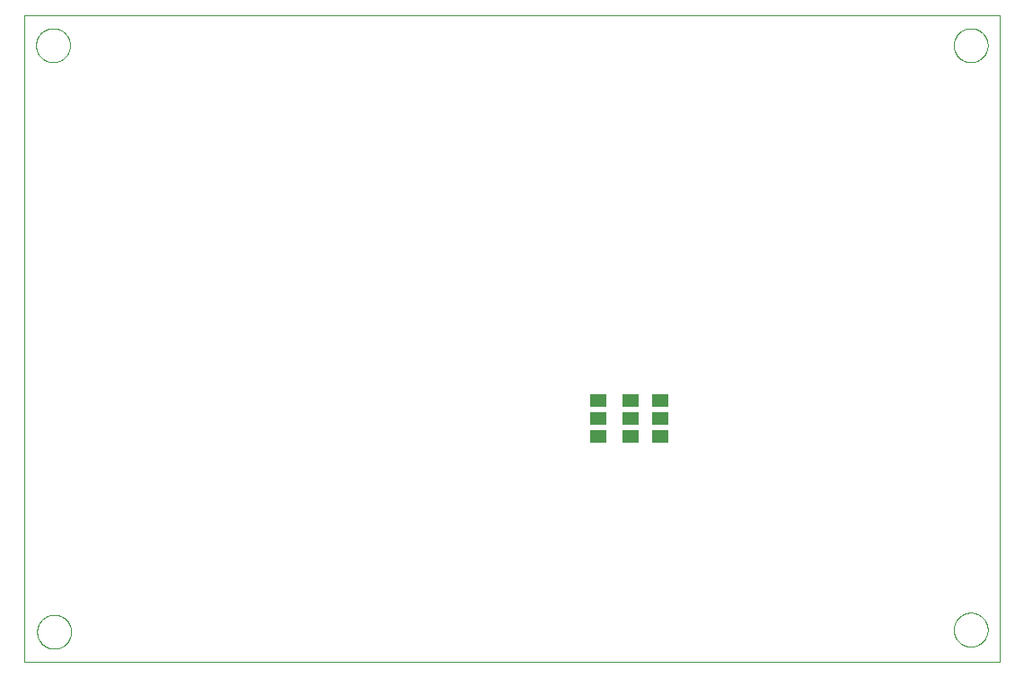
<source format=gtp>
G75*
%MOIN*%
%OFA0B0*%
%FSLAX25Y25*%
%IPPOS*%
%LPD*%
%AMOC8*
5,1,8,0,0,1.08239X$1,22.5*
%
%ADD10C,0.00000*%
%ADD11R,0.05906X0.05118*%
D10*
X0005394Y0001000D02*
X0005394Y0240882D01*
X0367402Y0240882D01*
X0367402Y0001000D01*
X0005394Y0001000D01*
X0010118Y0012142D02*
X0010120Y0012300D01*
X0010126Y0012458D01*
X0010136Y0012616D01*
X0010150Y0012774D01*
X0010168Y0012931D01*
X0010189Y0013088D01*
X0010215Y0013244D01*
X0010245Y0013400D01*
X0010278Y0013555D01*
X0010316Y0013708D01*
X0010357Y0013861D01*
X0010402Y0014013D01*
X0010451Y0014164D01*
X0010504Y0014313D01*
X0010560Y0014461D01*
X0010620Y0014607D01*
X0010684Y0014752D01*
X0010752Y0014895D01*
X0010823Y0015037D01*
X0010897Y0015177D01*
X0010975Y0015314D01*
X0011057Y0015450D01*
X0011141Y0015584D01*
X0011230Y0015715D01*
X0011321Y0015844D01*
X0011416Y0015971D01*
X0011513Y0016096D01*
X0011614Y0016218D01*
X0011718Y0016337D01*
X0011825Y0016454D01*
X0011935Y0016568D01*
X0012048Y0016679D01*
X0012163Y0016788D01*
X0012281Y0016893D01*
X0012402Y0016995D01*
X0012525Y0017095D01*
X0012651Y0017191D01*
X0012779Y0017284D01*
X0012909Y0017374D01*
X0013042Y0017460D01*
X0013177Y0017544D01*
X0013313Y0017623D01*
X0013452Y0017700D01*
X0013593Y0017772D01*
X0013735Y0017842D01*
X0013879Y0017907D01*
X0014025Y0017969D01*
X0014172Y0018027D01*
X0014321Y0018082D01*
X0014471Y0018133D01*
X0014622Y0018180D01*
X0014774Y0018223D01*
X0014927Y0018262D01*
X0015082Y0018298D01*
X0015237Y0018329D01*
X0015393Y0018357D01*
X0015549Y0018381D01*
X0015706Y0018401D01*
X0015864Y0018417D01*
X0016021Y0018429D01*
X0016180Y0018437D01*
X0016338Y0018441D01*
X0016496Y0018441D01*
X0016654Y0018437D01*
X0016813Y0018429D01*
X0016970Y0018417D01*
X0017128Y0018401D01*
X0017285Y0018381D01*
X0017441Y0018357D01*
X0017597Y0018329D01*
X0017752Y0018298D01*
X0017907Y0018262D01*
X0018060Y0018223D01*
X0018212Y0018180D01*
X0018363Y0018133D01*
X0018513Y0018082D01*
X0018662Y0018027D01*
X0018809Y0017969D01*
X0018955Y0017907D01*
X0019099Y0017842D01*
X0019241Y0017772D01*
X0019382Y0017700D01*
X0019521Y0017623D01*
X0019657Y0017544D01*
X0019792Y0017460D01*
X0019925Y0017374D01*
X0020055Y0017284D01*
X0020183Y0017191D01*
X0020309Y0017095D01*
X0020432Y0016995D01*
X0020553Y0016893D01*
X0020671Y0016788D01*
X0020786Y0016679D01*
X0020899Y0016568D01*
X0021009Y0016454D01*
X0021116Y0016337D01*
X0021220Y0016218D01*
X0021321Y0016096D01*
X0021418Y0015971D01*
X0021513Y0015844D01*
X0021604Y0015715D01*
X0021693Y0015584D01*
X0021777Y0015450D01*
X0021859Y0015314D01*
X0021937Y0015177D01*
X0022011Y0015037D01*
X0022082Y0014895D01*
X0022150Y0014752D01*
X0022214Y0014607D01*
X0022274Y0014461D01*
X0022330Y0014313D01*
X0022383Y0014164D01*
X0022432Y0014013D01*
X0022477Y0013861D01*
X0022518Y0013708D01*
X0022556Y0013555D01*
X0022589Y0013400D01*
X0022619Y0013244D01*
X0022645Y0013088D01*
X0022666Y0012931D01*
X0022684Y0012774D01*
X0022698Y0012616D01*
X0022708Y0012458D01*
X0022714Y0012300D01*
X0022716Y0012142D01*
X0022714Y0011984D01*
X0022708Y0011826D01*
X0022698Y0011668D01*
X0022684Y0011510D01*
X0022666Y0011353D01*
X0022645Y0011196D01*
X0022619Y0011040D01*
X0022589Y0010884D01*
X0022556Y0010729D01*
X0022518Y0010576D01*
X0022477Y0010423D01*
X0022432Y0010271D01*
X0022383Y0010120D01*
X0022330Y0009971D01*
X0022274Y0009823D01*
X0022214Y0009677D01*
X0022150Y0009532D01*
X0022082Y0009389D01*
X0022011Y0009247D01*
X0021937Y0009107D01*
X0021859Y0008970D01*
X0021777Y0008834D01*
X0021693Y0008700D01*
X0021604Y0008569D01*
X0021513Y0008440D01*
X0021418Y0008313D01*
X0021321Y0008188D01*
X0021220Y0008066D01*
X0021116Y0007947D01*
X0021009Y0007830D01*
X0020899Y0007716D01*
X0020786Y0007605D01*
X0020671Y0007496D01*
X0020553Y0007391D01*
X0020432Y0007289D01*
X0020309Y0007189D01*
X0020183Y0007093D01*
X0020055Y0007000D01*
X0019925Y0006910D01*
X0019792Y0006824D01*
X0019657Y0006740D01*
X0019521Y0006661D01*
X0019382Y0006584D01*
X0019241Y0006512D01*
X0019099Y0006442D01*
X0018955Y0006377D01*
X0018809Y0006315D01*
X0018662Y0006257D01*
X0018513Y0006202D01*
X0018363Y0006151D01*
X0018212Y0006104D01*
X0018060Y0006061D01*
X0017907Y0006022D01*
X0017752Y0005986D01*
X0017597Y0005955D01*
X0017441Y0005927D01*
X0017285Y0005903D01*
X0017128Y0005883D01*
X0016970Y0005867D01*
X0016813Y0005855D01*
X0016654Y0005847D01*
X0016496Y0005843D01*
X0016338Y0005843D01*
X0016180Y0005847D01*
X0016021Y0005855D01*
X0015864Y0005867D01*
X0015706Y0005883D01*
X0015549Y0005903D01*
X0015393Y0005927D01*
X0015237Y0005955D01*
X0015082Y0005986D01*
X0014927Y0006022D01*
X0014774Y0006061D01*
X0014622Y0006104D01*
X0014471Y0006151D01*
X0014321Y0006202D01*
X0014172Y0006257D01*
X0014025Y0006315D01*
X0013879Y0006377D01*
X0013735Y0006442D01*
X0013593Y0006512D01*
X0013452Y0006584D01*
X0013313Y0006661D01*
X0013177Y0006740D01*
X0013042Y0006824D01*
X0012909Y0006910D01*
X0012779Y0007000D01*
X0012651Y0007093D01*
X0012525Y0007189D01*
X0012402Y0007289D01*
X0012281Y0007391D01*
X0012163Y0007496D01*
X0012048Y0007605D01*
X0011935Y0007716D01*
X0011825Y0007830D01*
X0011718Y0007947D01*
X0011614Y0008066D01*
X0011513Y0008188D01*
X0011416Y0008313D01*
X0011321Y0008440D01*
X0011230Y0008569D01*
X0011141Y0008700D01*
X0011057Y0008834D01*
X0010975Y0008970D01*
X0010897Y0009107D01*
X0010823Y0009247D01*
X0010752Y0009389D01*
X0010684Y0009532D01*
X0010620Y0009677D01*
X0010560Y0009823D01*
X0010504Y0009971D01*
X0010451Y0010120D01*
X0010402Y0010271D01*
X0010357Y0010423D01*
X0010316Y0010576D01*
X0010278Y0010729D01*
X0010245Y0010884D01*
X0010215Y0011040D01*
X0010189Y0011196D01*
X0010168Y0011353D01*
X0010150Y0011510D01*
X0010136Y0011668D01*
X0010126Y0011826D01*
X0010120Y0011984D01*
X0010118Y0012142D01*
X0009725Y0229858D02*
X0009727Y0230016D01*
X0009733Y0230174D01*
X0009743Y0230332D01*
X0009757Y0230490D01*
X0009775Y0230647D01*
X0009796Y0230804D01*
X0009822Y0230960D01*
X0009852Y0231116D01*
X0009885Y0231271D01*
X0009923Y0231424D01*
X0009964Y0231577D01*
X0010009Y0231729D01*
X0010058Y0231880D01*
X0010111Y0232029D01*
X0010167Y0232177D01*
X0010227Y0232323D01*
X0010291Y0232468D01*
X0010359Y0232611D01*
X0010430Y0232753D01*
X0010504Y0232893D01*
X0010582Y0233030D01*
X0010664Y0233166D01*
X0010748Y0233300D01*
X0010837Y0233431D01*
X0010928Y0233560D01*
X0011023Y0233687D01*
X0011120Y0233812D01*
X0011221Y0233934D01*
X0011325Y0234053D01*
X0011432Y0234170D01*
X0011542Y0234284D01*
X0011655Y0234395D01*
X0011770Y0234504D01*
X0011888Y0234609D01*
X0012009Y0234711D01*
X0012132Y0234811D01*
X0012258Y0234907D01*
X0012386Y0235000D01*
X0012516Y0235090D01*
X0012649Y0235176D01*
X0012784Y0235260D01*
X0012920Y0235339D01*
X0013059Y0235416D01*
X0013200Y0235488D01*
X0013342Y0235558D01*
X0013486Y0235623D01*
X0013632Y0235685D01*
X0013779Y0235743D01*
X0013928Y0235798D01*
X0014078Y0235849D01*
X0014229Y0235896D01*
X0014381Y0235939D01*
X0014534Y0235978D01*
X0014689Y0236014D01*
X0014844Y0236045D01*
X0015000Y0236073D01*
X0015156Y0236097D01*
X0015313Y0236117D01*
X0015471Y0236133D01*
X0015628Y0236145D01*
X0015787Y0236153D01*
X0015945Y0236157D01*
X0016103Y0236157D01*
X0016261Y0236153D01*
X0016420Y0236145D01*
X0016577Y0236133D01*
X0016735Y0236117D01*
X0016892Y0236097D01*
X0017048Y0236073D01*
X0017204Y0236045D01*
X0017359Y0236014D01*
X0017514Y0235978D01*
X0017667Y0235939D01*
X0017819Y0235896D01*
X0017970Y0235849D01*
X0018120Y0235798D01*
X0018269Y0235743D01*
X0018416Y0235685D01*
X0018562Y0235623D01*
X0018706Y0235558D01*
X0018848Y0235488D01*
X0018989Y0235416D01*
X0019128Y0235339D01*
X0019264Y0235260D01*
X0019399Y0235176D01*
X0019532Y0235090D01*
X0019662Y0235000D01*
X0019790Y0234907D01*
X0019916Y0234811D01*
X0020039Y0234711D01*
X0020160Y0234609D01*
X0020278Y0234504D01*
X0020393Y0234395D01*
X0020506Y0234284D01*
X0020616Y0234170D01*
X0020723Y0234053D01*
X0020827Y0233934D01*
X0020928Y0233812D01*
X0021025Y0233687D01*
X0021120Y0233560D01*
X0021211Y0233431D01*
X0021300Y0233300D01*
X0021384Y0233166D01*
X0021466Y0233030D01*
X0021544Y0232893D01*
X0021618Y0232753D01*
X0021689Y0232611D01*
X0021757Y0232468D01*
X0021821Y0232323D01*
X0021881Y0232177D01*
X0021937Y0232029D01*
X0021990Y0231880D01*
X0022039Y0231729D01*
X0022084Y0231577D01*
X0022125Y0231424D01*
X0022163Y0231271D01*
X0022196Y0231116D01*
X0022226Y0230960D01*
X0022252Y0230804D01*
X0022273Y0230647D01*
X0022291Y0230490D01*
X0022305Y0230332D01*
X0022315Y0230174D01*
X0022321Y0230016D01*
X0022323Y0229858D01*
X0022321Y0229700D01*
X0022315Y0229542D01*
X0022305Y0229384D01*
X0022291Y0229226D01*
X0022273Y0229069D01*
X0022252Y0228912D01*
X0022226Y0228756D01*
X0022196Y0228600D01*
X0022163Y0228445D01*
X0022125Y0228292D01*
X0022084Y0228139D01*
X0022039Y0227987D01*
X0021990Y0227836D01*
X0021937Y0227687D01*
X0021881Y0227539D01*
X0021821Y0227393D01*
X0021757Y0227248D01*
X0021689Y0227105D01*
X0021618Y0226963D01*
X0021544Y0226823D01*
X0021466Y0226686D01*
X0021384Y0226550D01*
X0021300Y0226416D01*
X0021211Y0226285D01*
X0021120Y0226156D01*
X0021025Y0226029D01*
X0020928Y0225904D01*
X0020827Y0225782D01*
X0020723Y0225663D01*
X0020616Y0225546D01*
X0020506Y0225432D01*
X0020393Y0225321D01*
X0020278Y0225212D01*
X0020160Y0225107D01*
X0020039Y0225005D01*
X0019916Y0224905D01*
X0019790Y0224809D01*
X0019662Y0224716D01*
X0019532Y0224626D01*
X0019399Y0224540D01*
X0019264Y0224456D01*
X0019128Y0224377D01*
X0018989Y0224300D01*
X0018848Y0224228D01*
X0018706Y0224158D01*
X0018562Y0224093D01*
X0018416Y0224031D01*
X0018269Y0223973D01*
X0018120Y0223918D01*
X0017970Y0223867D01*
X0017819Y0223820D01*
X0017667Y0223777D01*
X0017514Y0223738D01*
X0017359Y0223702D01*
X0017204Y0223671D01*
X0017048Y0223643D01*
X0016892Y0223619D01*
X0016735Y0223599D01*
X0016577Y0223583D01*
X0016420Y0223571D01*
X0016261Y0223563D01*
X0016103Y0223559D01*
X0015945Y0223559D01*
X0015787Y0223563D01*
X0015628Y0223571D01*
X0015471Y0223583D01*
X0015313Y0223599D01*
X0015156Y0223619D01*
X0015000Y0223643D01*
X0014844Y0223671D01*
X0014689Y0223702D01*
X0014534Y0223738D01*
X0014381Y0223777D01*
X0014229Y0223820D01*
X0014078Y0223867D01*
X0013928Y0223918D01*
X0013779Y0223973D01*
X0013632Y0224031D01*
X0013486Y0224093D01*
X0013342Y0224158D01*
X0013200Y0224228D01*
X0013059Y0224300D01*
X0012920Y0224377D01*
X0012784Y0224456D01*
X0012649Y0224540D01*
X0012516Y0224626D01*
X0012386Y0224716D01*
X0012258Y0224809D01*
X0012132Y0224905D01*
X0012009Y0225005D01*
X0011888Y0225107D01*
X0011770Y0225212D01*
X0011655Y0225321D01*
X0011542Y0225432D01*
X0011432Y0225546D01*
X0011325Y0225663D01*
X0011221Y0225782D01*
X0011120Y0225904D01*
X0011023Y0226029D01*
X0010928Y0226156D01*
X0010837Y0226285D01*
X0010748Y0226416D01*
X0010664Y0226550D01*
X0010582Y0226686D01*
X0010504Y0226823D01*
X0010430Y0226963D01*
X0010359Y0227105D01*
X0010291Y0227248D01*
X0010227Y0227393D01*
X0010167Y0227539D01*
X0010111Y0227687D01*
X0010058Y0227836D01*
X0010009Y0227987D01*
X0009964Y0228139D01*
X0009923Y0228292D01*
X0009885Y0228445D01*
X0009852Y0228600D01*
X0009822Y0228756D01*
X0009796Y0228912D01*
X0009775Y0229069D01*
X0009757Y0229226D01*
X0009743Y0229384D01*
X0009733Y0229542D01*
X0009727Y0229700D01*
X0009725Y0229858D01*
X0350276Y0229858D02*
X0350278Y0230016D01*
X0350284Y0230174D01*
X0350294Y0230332D01*
X0350308Y0230490D01*
X0350326Y0230647D01*
X0350347Y0230804D01*
X0350373Y0230960D01*
X0350403Y0231116D01*
X0350436Y0231271D01*
X0350474Y0231424D01*
X0350515Y0231577D01*
X0350560Y0231729D01*
X0350609Y0231880D01*
X0350662Y0232029D01*
X0350718Y0232177D01*
X0350778Y0232323D01*
X0350842Y0232468D01*
X0350910Y0232611D01*
X0350981Y0232753D01*
X0351055Y0232893D01*
X0351133Y0233030D01*
X0351215Y0233166D01*
X0351299Y0233300D01*
X0351388Y0233431D01*
X0351479Y0233560D01*
X0351574Y0233687D01*
X0351671Y0233812D01*
X0351772Y0233934D01*
X0351876Y0234053D01*
X0351983Y0234170D01*
X0352093Y0234284D01*
X0352206Y0234395D01*
X0352321Y0234504D01*
X0352439Y0234609D01*
X0352560Y0234711D01*
X0352683Y0234811D01*
X0352809Y0234907D01*
X0352937Y0235000D01*
X0353067Y0235090D01*
X0353200Y0235176D01*
X0353335Y0235260D01*
X0353471Y0235339D01*
X0353610Y0235416D01*
X0353751Y0235488D01*
X0353893Y0235558D01*
X0354037Y0235623D01*
X0354183Y0235685D01*
X0354330Y0235743D01*
X0354479Y0235798D01*
X0354629Y0235849D01*
X0354780Y0235896D01*
X0354932Y0235939D01*
X0355085Y0235978D01*
X0355240Y0236014D01*
X0355395Y0236045D01*
X0355551Y0236073D01*
X0355707Y0236097D01*
X0355864Y0236117D01*
X0356022Y0236133D01*
X0356179Y0236145D01*
X0356338Y0236153D01*
X0356496Y0236157D01*
X0356654Y0236157D01*
X0356812Y0236153D01*
X0356971Y0236145D01*
X0357128Y0236133D01*
X0357286Y0236117D01*
X0357443Y0236097D01*
X0357599Y0236073D01*
X0357755Y0236045D01*
X0357910Y0236014D01*
X0358065Y0235978D01*
X0358218Y0235939D01*
X0358370Y0235896D01*
X0358521Y0235849D01*
X0358671Y0235798D01*
X0358820Y0235743D01*
X0358967Y0235685D01*
X0359113Y0235623D01*
X0359257Y0235558D01*
X0359399Y0235488D01*
X0359540Y0235416D01*
X0359679Y0235339D01*
X0359815Y0235260D01*
X0359950Y0235176D01*
X0360083Y0235090D01*
X0360213Y0235000D01*
X0360341Y0234907D01*
X0360467Y0234811D01*
X0360590Y0234711D01*
X0360711Y0234609D01*
X0360829Y0234504D01*
X0360944Y0234395D01*
X0361057Y0234284D01*
X0361167Y0234170D01*
X0361274Y0234053D01*
X0361378Y0233934D01*
X0361479Y0233812D01*
X0361576Y0233687D01*
X0361671Y0233560D01*
X0361762Y0233431D01*
X0361851Y0233300D01*
X0361935Y0233166D01*
X0362017Y0233030D01*
X0362095Y0232893D01*
X0362169Y0232753D01*
X0362240Y0232611D01*
X0362308Y0232468D01*
X0362372Y0232323D01*
X0362432Y0232177D01*
X0362488Y0232029D01*
X0362541Y0231880D01*
X0362590Y0231729D01*
X0362635Y0231577D01*
X0362676Y0231424D01*
X0362714Y0231271D01*
X0362747Y0231116D01*
X0362777Y0230960D01*
X0362803Y0230804D01*
X0362824Y0230647D01*
X0362842Y0230490D01*
X0362856Y0230332D01*
X0362866Y0230174D01*
X0362872Y0230016D01*
X0362874Y0229858D01*
X0362872Y0229700D01*
X0362866Y0229542D01*
X0362856Y0229384D01*
X0362842Y0229226D01*
X0362824Y0229069D01*
X0362803Y0228912D01*
X0362777Y0228756D01*
X0362747Y0228600D01*
X0362714Y0228445D01*
X0362676Y0228292D01*
X0362635Y0228139D01*
X0362590Y0227987D01*
X0362541Y0227836D01*
X0362488Y0227687D01*
X0362432Y0227539D01*
X0362372Y0227393D01*
X0362308Y0227248D01*
X0362240Y0227105D01*
X0362169Y0226963D01*
X0362095Y0226823D01*
X0362017Y0226686D01*
X0361935Y0226550D01*
X0361851Y0226416D01*
X0361762Y0226285D01*
X0361671Y0226156D01*
X0361576Y0226029D01*
X0361479Y0225904D01*
X0361378Y0225782D01*
X0361274Y0225663D01*
X0361167Y0225546D01*
X0361057Y0225432D01*
X0360944Y0225321D01*
X0360829Y0225212D01*
X0360711Y0225107D01*
X0360590Y0225005D01*
X0360467Y0224905D01*
X0360341Y0224809D01*
X0360213Y0224716D01*
X0360083Y0224626D01*
X0359950Y0224540D01*
X0359815Y0224456D01*
X0359679Y0224377D01*
X0359540Y0224300D01*
X0359399Y0224228D01*
X0359257Y0224158D01*
X0359113Y0224093D01*
X0358967Y0224031D01*
X0358820Y0223973D01*
X0358671Y0223918D01*
X0358521Y0223867D01*
X0358370Y0223820D01*
X0358218Y0223777D01*
X0358065Y0223738D01*
X0357910Y0223702D01*
X0357755Y0223671D01*
X0357599Y0223643D01*
X0357443Y0223619D01*
X0357286Y0223599D01*
X0357128Y0223583D01*
X0356971Y0223571D01*
X0356812Y0223563D01*
X0356654Y0223559D01*
X0356496Y0223559D01*
X0356338Y0223563D01*
X0356179Y0223571D01*
X0356022Y0223583D01*
X0355864Y0223599D01*
X0355707Y0223619D01*
X0355551Y0223643D01*
X0355395Y0223671D01*
X0355240Y0223702D01*
X0355085Y0223738D01*
X0354932Y0223777D01*
X0354780Y0223820D01*
X0354629Y0223867D01*
X0354479Y0223918D01*
X0354330Y0223973D01*
X0354183Y0224031D01*
X0354037Y0224093D01*
X0353893Y0224158D01*
X0353751Y0224228D01*
X0353610Y0224300D01*
X0353471Y0224377D01*
X0353335Y0224456D01*
X0353200Y0224540D01*
X0353067Y0224626D01*
X0352937Y0224716D01*
X0352809Y0224809D01*
X0352683Y0224905D01*
X0352560Y0225005D01*
X0352439Y0225107D01*
X0352321Y0225212D01*
X0352206Y0225321D01*
X0352093Y0225432D01*
X0351983Y0225546D01*
X0351876Y0225663D01*
X0351772Y0225782D01*
X0351671Y0225904D01*
X0351574Y0226029D01*
X0351479Y0226156D01*
X0351388Y0226285D01*
X0351299Y0226416D01*
X0351215Y0226550D01*
X0351133Y0226686D01*
X0351055Y0226823D01*
X0350981Y0226963D01*
X0350910Y0227105D01*
X0350842Y0227248D01*
X0350778Y0227393D01*
X0350718Y0227539D01*
X0350662Y0227687D01*
X0350609Y0227836D01*
X0350560Y0227987D01*
X0350515Y0228139D01*
X0350474Y0228292D01*
X0350436Y0228445D01*
X0350403Y0228600D01*
X0350373Y0228756D01*
X0350347Y0228912D01*
X0350326Y0229069D01*
X0350308Y0229226D01*
X0350294Y0229384D01*
X0350284Y0229542D01*
X0350278Y0229700D01*
X0350276Y0229858D01*
X0350276Y0012929D02*
X0350278Y0013087D01*
X0350284Y0013245D01*
X0350294Y0013403D01*
X0350308Y0013561D01*
X0350326Y0013718D01*
X0350347Y0013875D01*
X0350373Y0014031D01*
X0350403Y0014187D01*
X0350436Y0014342D01*
X0350474Y0014495D01*
X0350515Y0014648D01*
X0350560Y0014800D01*
X0350609Y0014951D01*
X0350662Y0015100D01*
X0350718Y0015248D01*
X0350778Y0015394D01*
X0350842Y0015539D01*
X0350910Y0015682D01*
X0350981Y0015824D01*
X0351055Y0015964D01*
X0351133Y0016101D01*
X0351215Y0016237D01*
X0351299Y0016371D01*
X0351388Y0016502D01*
X0351479Y0016631D01*
X0351574Y0016758D01*
X0351671Y0016883D01*
X0351772Y0017005D01*
X0351876Y0017124D01*
X0351983Y0017241D01*
X0352093Y0017355D01*
X0352206Y0017466D01*
X0352321Y0017575D01*
X0352439Y0017680D01*
X0352560Y0017782D01*
X0352683Y0017882D01*
X0352809Y0017978D01*
X0352937Y0018071D01*
X0353067Y0018161D01*
X0353200Y0018247D01*
X0353335Y0018331D01*
X0353471Y0018410D01*
X0353610Y0018487D01*
X0353751Y0018559D01*
X0353893Y0018629D01*
X0354037Y0018694D01*
X0354183Y0018756D01*
X0354330Y0018814D01*
X0354479Y0018869D01*
X0354629Y0018920D01*
X0354780Y0018967D01*
X0354932Y0019010D01*
X0355085Y0019049D01*
X0355240Y0019085D01*
X0355395Y0019116D01*
X0355551Y0019144D01*
X0355707Y0019168D01*
X0355864Y0019188D01*
X0356022Y0019204D01*
X0356179Y0019216D01*
X0356338Y0019224D01*
X0356496Y0019228D01*
X0356654Y0019228D01*
X0356812Y0019224D01*
X0356971Y0019216D01*
X0357128Y0019204D01*
X0357286Y0019188D01*
X0357443Y0019168D01*
X0357599Y0019144D01*
X0357755Y0019116D01*
X0357910Y0019085D01*
X0358065Y0019049D01*
X0358218Y0019010D01*
X0358370Y0018967D01*
X0358521Y0018920D01*
X0358671Y0018869D01*
X0358820Y0018814D01*
X0358967Y0018756D01*
X0359113Y0018694D01*
X0359257Y0018629D01*
X0359399Y0018559D01*
X0359540Y0018487D01*
X0359679Y0018410D01*
X0359815Y0018331D01*
X0359950Y0018247D01*
X0360083Y0018161D01*
X0360213Y0018071D01*
X0360341Y0017978D01*
X0360467Y0017882D01*
X0360590Y0017782D01*
X0360711Y0017680D01*
X0360829Y0017575D01*
X0360944Y0017466D01*
X0361057Y0017355D01*
X0361167Y0017241D01*
X0361274Y0017124D01*
X0361378Y0017005D01*
X0361479Y0016883D01*
X0361576Y0016758D01*
X0361671Y0016631D01*
X0361762Y0016502D01*
X0361851Y0016371D01*
X0361935Y0016237D01*
X0362017Y0016101D01*
X0362095Y0015964D01*
X0362169Y0015824D01*
X0362240Y0015682D01*
X0362308Y0015539D01*
X0362372Y0015394D01*
X0362432Y0015248D01*
X0362488Y0015100D01*
X0362541Y0014951D01*
X0362590Y0014800D01*
X0362635Y0014648D01*
X0362676Y0014495D01*
X0362714Y0014342D01*
X0362747Y0014187D01*
X0362777Y0014031D01*
X0362803Y0013875D01*
X0362824Y0013718D01*
X0362842Y0013561D01*
X0362856Y0013403D01*
X0362866Y0013245D01*
X0362872Y0013087D01*
X0362874Y0012929D01*
X0362872Y0012771D01*
X0362866Y0012613D01*
X0362856Y0012455D01*
X0362842Y0012297D01*
X0362824Y0012140D01*
X0362803Y0011983D01*
X0362777Y0011827D01*
X0362747Y0011671D01*
X0362714Y0011516D01*
X0362676Y0011363D01*
X0362635Y0011210D01*
X0362590Y0011058D01*
X0362541Y0010907D01*
X0362488Y0010758D01*
X0362432Y0010610D01*
X0362372Y0010464D01*
X0362308Y0010319D01*
X0362240Y0010176D01*
X0362169Y0010034D01*
X0362095Y0009894D01*
X0362017Y0009757D01*
X0361935Y0009621D01*
X0361851Y0009487D01*
X0361762Y0009356D01*
X0361671Y0009227D01*
X0361576Y0009100D01*
X0361479Y0008975D01*
X0361378Y0008853D01*
X0361274Y0008734D01*
X0361167Y0008617D01*
X0361057Y0008503D01*
X0360944Y0008392D01*
X0360829Y0008283D01*
X0360711Y0008178D01*
X0360590Y0008076D01*
X0360467Y0007976D01*
X0360341Y0007880D01*
X0360213Y0007787D01*
X0360083Y0007697D01*
X0359950Y0007611D01*
X0359815Y0007527D01*
X0359679Y0007448D01*
X0359540Y0007371D01*
X0359399Y0007299D01*
X0359257Y0007229D01*
X0359113Y0007164D01*
X0358967Y0007102D01*
X0358820Y0007044D01*
X0358671Y0006989D01*
X0358521Y0006938D01*
X0358370Y0006891D01*
X0358218Y0006848D01*
X0358065Y0006809D01*
X0357910Y0006773D01*
X0357755Y0006742D01*
X0357599Y0006714D01*
X0357443Y0006690D01*
X0357286Y0006670D01*
X0357128Y0006654D01*
X0356971Y0006642D01*
X0356812Y0006634D01*
X0356654Y0006630D01*
X0356496Y0006630D01*
X0356338Y0006634D01*
X0356179Y0006642D01*
X0356022Y0006654D01*
X0355864Y0006670D01*
X0355707Y0006690D01*
X0355551Y0006714D01*
X0355395Y0006742D01*
X0355240Y0006773D01*
X0355085Y0006809D01*
X0354932Y0006848D01*
X0354780Y0006891D01*
X0354629Y0006938D01*
X0354479Y0006989D01*
X0354330Y0007044D01*
X0354183Y0007102D01*
X0354037Y0007164D01*
X0353893Y0007229D01*
X0353751Y0007299D01*
X0353610Y0007371D01*
X0353471Y0007448D01*
X0353335Y0007527D01*
X0353200Y0007611D01*
X0353067Y0007697D01*
X0352937Y0007787D01*
X0352809Y0007880D01*
X0352683Y0007976D01*
X0352560Y0008076D01*
X0352439Y0008178D01*
X0352321Y0008283D01*
X0352206Y0008392D01*
X0352093Y0008503D01*
X0351983Y0008617D01*
X0351876Y0008734D01*
X0351772Y0008853D01*
X0351671Y0008975D01*
X0351574Y0009100D01*
X0351479Y0009227D01*
X0351388Y0009356D01*
X0351299Y0009487D01*
X0351215Y0009621D01*
X0351133Y0009757D01*
X0351055Y0009894D01*
X0350981Y0010034D01*
X0350910Y0010176D01*
X0350842Y0010319D01*
X0350778Y0010464D01*
X0350718Y0010610D01*
X0350662Y0010758D01*
X0350609Y0010907D01*
X0350560Y0011058D01*
X0350515Y0011210D01*
X0350474Y0011363D01*
X0350436Y0011516D01*
X0350403Y0011671D01*
X0350373Y0011827D01*
X0350347Y0011983D01*
X0350326Y0012140D01*
X0350308Y0012297D01*
X0350294Y0012455D01*
X0350284Y0012613D01*
X0350278Y0012771D01*
X0350276Y0012929D01*
D11*
X0241220Y0084583D03*
X0241220Y0091276D03*
X0241220Y0097969D03*
X0230197Y0097969D03*
X0230197Y0091276D03*
X0230197Y0084583D03*
X0218386Y0084583D03*
X0218386Y0091276D03*
X0218386Y0097969D03*
M02*

</source>
